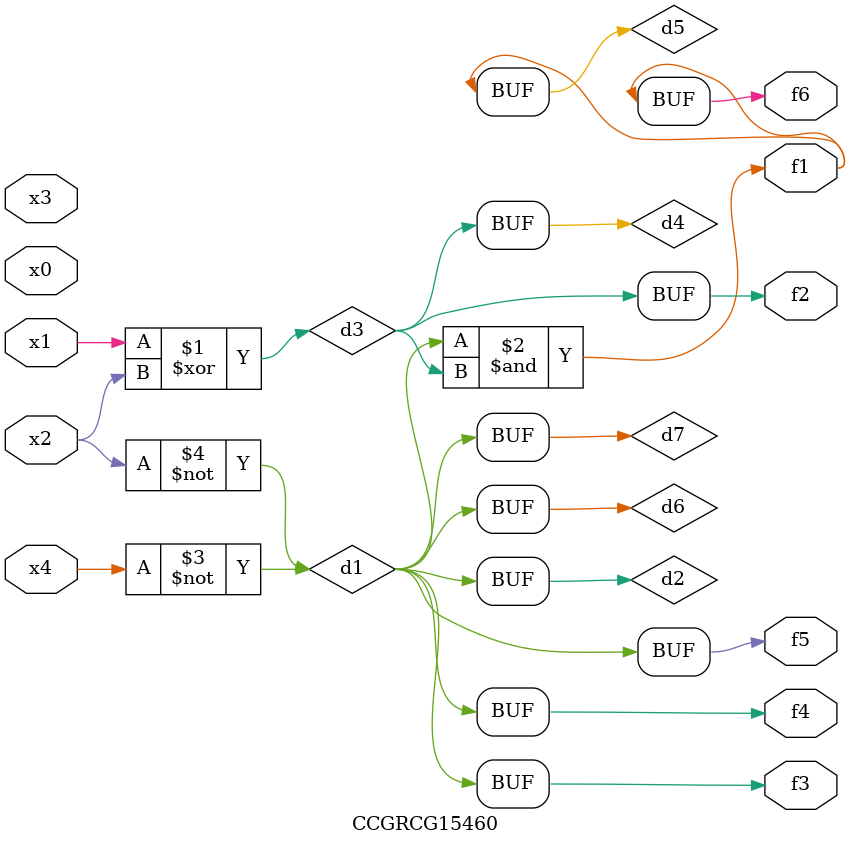
<source format=v>
module CCGRCG15460(
	input x0, x1, x2, x3, x4,
	output f1, f2, f3, f4, f5, f6
);

	wire d1, d2, d3, d4, d5, d6, d7;

	not (d1, x4);
	not (d2, x2);
	xor (d3, x1, x2);
	buf (d4, d3);
	and (d5, d1, d3);
	buf (d6, d1, d2);
	buf (d7, d2);
	assign f1 = d5;
	assign f2 = d4;
	assign f3 = d7;
	assign f4 = d7;
	assign f5 = d7;
	assign f6 = d5;
endmodule

</source>
